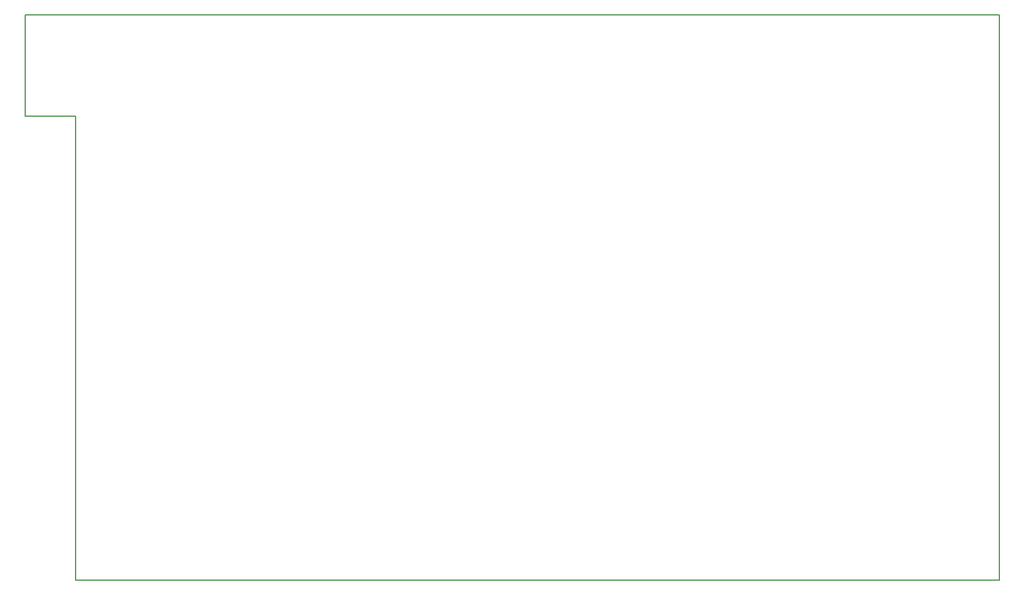
<source format=gko>
G04*
G04 #@! TF.GenerationSoftware,Altium Limited,Altium Designer,21.2.1 (34)*
G04*
G04 Layer_Color=16711935*
%FSLAX44Y44*%
%MOMM*%
G71*
G04*
G04 #@! TF.SameCoordinates,F245D831-B60A-471C-B086-0F040D8F8951*
G04*
G04*
G04 #@! TF.FilePolarity,Positive*
G04*
G01*
G75*
%ADD12C,0.2000*%
D12*
X75000Y-836500D02*
Y-150000D01*
X0D02*
X75000D01*
X0D02*
Y0D01*
X1440000D01*
X1440000Y-836500D01*
X75000Y-836500D02*
X1440000Y-836500D01*
M02*

</source>
